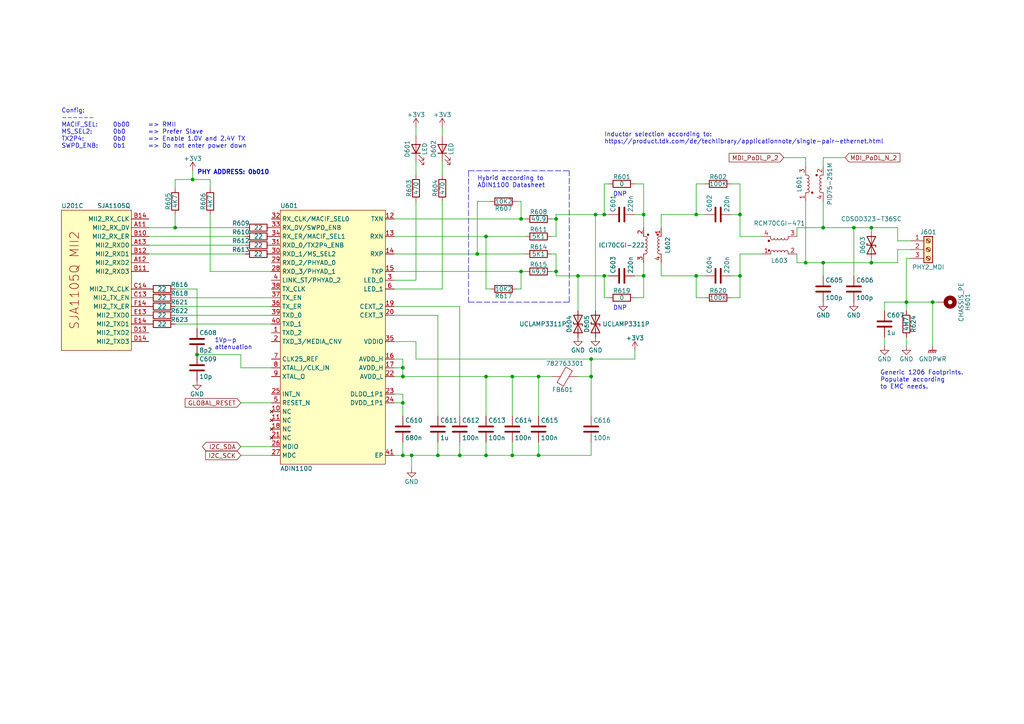
<source format=kicad_sch>
(kicad_sch (version 20211123) (generator eeschema)
  (paper "A4")
  (title_block (title "Open Hardware 10Base-T1L Switch") (date "2023-04-07") (rev "REV A") (company "Peter Heinrich") (comment 1 "Open Hardware License CERN-OHL-P v2") (comment 2 "https://github.com/peterheinrich/Open_10Base-T1L_Switch"))
  (lib_symbols
    (symbol "ADIN1100:ADIN1100"
      (property "Reference" "U" (at 0 1.27 0))
      (property "Value" "ADIN1100" (at 0 -74.93 0))
      (symbol "ADIN1100_1_1"
        (pin input line (at -2.54 -35.56 0) (length 2.54) (name "TXD_2") (number "1"))
        (pin no_connect line (at -2.54 -58.42 0) (length 2.54) (name "NC") (number "10"))
        (pin no_connect line (at -2.54 -60.96 0) (length 2.54) (name "NC") (number "11"))
        (pin bidirectional line (at 33.02 -2.54 180) (length 2.54) (name "TXN") (number "12"))
        (pin bidirectional line (at 33.02 -7.62 180) (length 2.54) (name "RXN") (number "13"))
        (pin bidirectional line (at 33.02 -12.7 180) (length 2.54) (name "RXP") (number "14"))
        (pin bidirectional line (at 33.02 -17.78 180) (length 2.54) (name "TXP") (number "15"))
        (pin power_in line (at 33.02 -43.18 180) (length 2.54) (name "AVDD_H") (number "16"))
        (pin power_in line (at 33.02 -45.72 180) (length 2.54) (name "AVDD_H") (number "17"))
        (pin no_connect line (at -2.54 -63.5 0) (length 2.54) (name "NC") (number "18"))
        (pin input line (at 33.02 -27.94 180) (length 2.54) (name "CEXT_2") (number "19"))
        (pin input line (at -2.54 -38.1 0) (length 2.54) (name "TXD_3/MEDIA_CNV") (number "2"))
        (pin input line (at 33.02 -30.48 180) (length 2.54) (name "CEXT_3") (number "20"))
        (pin no_connect line (at -2.54 -66.04 0) (length 2.54) (name "NC") (number "21"))
        (pin power_in line (at 33.02 -48.26 180) (length 2.54) (name "AVDD_L") (number "22"))
        (pin power_in line (at 33.02 -53.34 180) (length 2.54) (name "DLDO_1P1") (number "23"))
        (pin power_in line (at 33.02 -55.88 180) (length 2.54) (name "DVDD_1P1") (number "24"))
        (pin output line (at -2.54 -53.34 0) (length 2.54) (name "INT_N") (number "25"))
        (pin bidirectional line (at -2.54 -68.58 0) (length 2.54) (name "MDIO") (number "26"))
        (pin input line (at -2.54 -71.12 0) (length 2.54) (name "MDC") (number "27"))
        (pin output line (at -2.54 -17.78 0) (length 2.54) (name "RXD_3/PHYAD_1") (number "28"))
        (pin output line (at -2.54 -15.24 0) (length 2.54) (name "RXD_2/PHYAD_0") (number "29"))
        (pin output line (at 33.02 -20.32 180) (length 2.54) (name "LED_0") (number "3"))
        (pin output line (at -2.54 -12.7 0) (length 2.54) (name "RXD_1/MS_SEL2") (number "30"))
        (pin output line (at -2.54 -10.16 0) (length 2.54) (name "RXD_0/TX2P4_ENB") (number "31"))
        (pin output line (at -2.54 -2.54 0) (length 2.54) (name "RX_CLK/MACIF_SEL0") (number "32"))
        (pin output line (at -2.54 -5.08 0) (length 2.54) (name "RX_DV/SWPD_ENB") (number "33"))
        (pin output line (at -2.54 -7.62 0) (length 2.54) (name "RX_ER/MACIF_SEL1") (number "34"))
        (pin power_in line (at 33.02 -38.1 180) (length 2.54) (name "VDDIO") (number "35"))
        (pin input line (at -2.54 -27.94 0) (length 2.54) (name "TX_ER") (number "36"))
        (pin input line (at -2.54 -25.4 0) (length 2.54) (name "TX_EN") (number "37"))
        (pin output line (at -2.54 -22.86 0) (length 2.54) (name "TX_CLK") (number "38"))
        (pin input line (at -2.54 -30.48 0) (length 2.54) (name "TXD_0") (number "39"))
        (pin output line (at -2.54 -20.32 0) (length 2.54) (name "LINK_ST/PHYAD_2") (number "4"))
        (pin input line (at -2.54 -33.02 0) (length 2.54) (name "TXD_1") (number "40"))
        (pin power_in line (at 33.02 -71.12 180) (length 2.54) (name "EP") (number "41"))
        (pin input line (at -2.54 -55.88 0) (length 2.54) (name "RESET_N") (number "5"))
        (pin output line (at 33.02 -22.86 180) (length 2.54) (name "LED_1") (number "6"))
        (pin output line (at -2.54 -43.18 0) (length 2.54) (name "CLK25_REF") (number "7"))
        (pin input line (at -2.54 -45.72 0) (length 2.54) (name "XTAL_I/CLK_IN") (number "8"))
        (pin output line (at -2.54 -48.26 0) (length 2.54) (name "XTAL_O") (number "9"))
      )
    )
    (symbol "Connector:Screw_Terminal_01x03" (pin_names (offset 1.016) hide)
      (property "Reference" "J" (at 0 5.08 0))
      (property "Value" "Screw_Terminal_01x03" (at 0 -5.08 0))
      (symbol "Screw_Terminal_01x03_1_1"
        (pin passive line (at -5.08 2.54 0) (length 3.81) (name "Pin_1") (number "1"))
        (pin passive line (at -5.08 0 0) (length 3.81) (name "Pin_2") (number "2"))
        (pin passive line (at -5.08 -2.54 0) (length 3.81) (name "Pin_3") (number "3"))
      )
    )
    (symbol "Device:C" (pin_numbers hide) (pin_names (offset 0.254))
      (property "Reference" "C" (at 0.635 2.54 0))
      (property "Value" "C" (at 0.635 -2.54 0))
      (symbol "C_1_1"
        (pin passive line (at 0 3.81 270) (length 2.794) (name "~") (number "1"))
        (pin passive line (at 0 -3.81 90) (length 2.794) (name "~") (number "2"))
      )
    )
    (symbol "Device:D_TVS" (pin_numbers hide) (pin_names (offset 1.016) hide)
      (property "Reference" "D" (at 0 2.54 0))
      (property "Value" "D_TVS" (at 0 -2.54 0))
      (symbol "D_TVS_1_1"
        (pin passive line (at -3.81 0 0) (length 2.54) (name "A1") (number "1"))
        (pin passive line (at 3.81 0 180) (length 2.54) (name "A2") (number "2"))
      )
    )
    (symbol "Device:FerriteBead" (pin_numbers hide) (pin_names (offset 0))
      (property "Reference" "FB" (at -3.81 0.635 90))
      (property "Value" "FerriteBead" (at 3.81 0 90))
      (symbol "FerriteBead_1_1"
        (pin passive line (at 0 3.81 270) (length 2.54) (name "~") (number "1"))
        (pin passive line (at 0 -3.81 90) (length 2.54) (name "~") (number "2"))
      )
    )
    (symbol "Device:LED" (pin_numbers hide) (pin_names (offset 1.016) hide)
      (property "Reference" "D" (at 0 2.54 0))
      (property "Value" "LED" (at 0 -2.54 0))
      (symbol "LED_1_1"
        (pin passive line (at -3.81 0 0) (length 2.54) (name "K") (number "1"))
        (pin passive line (at 3.81 0 180) (length 2.54) (name "A") (number "2"))
      )
    )
    (symbol "Device:L_Coupled_1243" (pin_names (offset 0.254) hide)
      (property "Reference" "L" (at 0 4.445 0))
      (property "Value" "L_Coupled_1243" (at 0 -4.445 0))
      (symbol "L_Coupled_1243_1_1"
        (pin passive line (at -5.08 2.54 0) (length 2.54) (name "1") (number "1"))
        (pin passive line (at 5.08 2.54 180) (length 2.54) (name "2") (number "2"))
        (pin passive line (at 5.08 -2.54 180) (length 2.54) (name "3") (number "3"))
        (pin passive line (at -5.08 -2.54 0) (length 2.54) (name "4") (number "4"))
      )
    )
    (symbol "Device:L_Coupled_1423" (pin_names (offset 0.254) hide)
      (property "Reference" "L" (at 0 4.445 0))
      (property "Value" "L_Coupled_1423" (at 0 -4.445 0))
      (symbol "L_Coupled_1423_1_1"
        (pin passive line (at -5.08 2.54 0) (length 2.54) (name "1") (number "1"))
        (pin passive line (at -5.08 -2.54 0) (length 2.54) (name "2") (number "2"))
        (pin passive line (at 5.08 -2.54 180) (length 2.54) (name "3") (number "3"))
        (pin passive line (at 5.08 2.54 180) (length 2.54) (name "4") (number "4"))
      )
    )
    (symbol "Device:R" (pin_numbers hide) (pin_names (offset 0))
      (property "Reference" "R" (at 2.032 0 90))
      (property "Value" "R" (at 0 0 90))
      (symbol "R_1_1"
        (pin passive line (at 0 3.81 270) (length 1.27) (name "~") (number "1"))
        (pin passive line (at 0 -3.81 90) (length 1.27) (name "~") (number "2"))
      )
    )
    (symbol "L_differential_1324:L_Coupled_1324" (pin_names (offset 0.254) hide)
      (property "Reference" "L?" (at 0 4.445 0))
      (property "Value" "L_Coupled_1324" (at 0 -4.445 0))
      (symbol "L_Coupled_1324_1_1"
        (pin passive line (at -5.08 2.54 0) (length 2.54) (name "1") (number "1"))
        (pin passive line (at 5.08 -2.54 180) (length 2.54) (name "2") (number "2"))
        (pin passive line (at 5.08 2.54 180) (length 2.54) (name "3") (number "3"))
        (pin passive line (at -5.08 -2.54 0) (length 2.54) (name "4") (number "4"))
      )
    )
    (symbol "Mechanical:MountingHole_Pad" (pin_numbers hide) (pin_names (offset 1.016) hide)
      (property "Reference" "H" (at 0 6.35 0))
      (property "Value" "MountingHole_Pad" (at 0 4.445 0))
      (symbol "MountingHole_Pad_1_1"
        (pin input line (at 0 -2.54 90) (length 2.54) (name "1") (number "1"))
      )
    )
    (symbol "SJA1105Q:SJA1105Q"
      (property "Reference" "U" (at 0 1.27 0))
      (property "Value" "SJA1105Q" (at 15.24 1.27 0))
      (symbol "SJA1105Q_1_1"
        (text "SJA1105Q MII0" (at 3.81 -20.32 900) (effects (font (size 2.54 2.54))))
        (pin output line (at 25.4 -30.48 180) (length 5.08) (name "MII0_TXD0") (number "A2"))
        (pin output line (at 25.4 -27.94 180) (length 5.08) (name "MII0_TX_ER") (number "A3"))
        (pin output line (at 25.4 -33.02 180) (length 5.08) (name "MII0_TXD1") (number "B1"))
        (pin output line (at 25.4 -38.1 180) (length 5.08) (name "MII0_TXD3") (number "C1"))
        (pin output line (at 25.4 -35.56 180) (length 5.08) (name "MII0_TXD2") (number "C2"))
        (pin bidirectional line (at 25.4 -22.86 180) (length 5.08) (name "MII0_TX_CLK") (number "D1"))
        (pin output line (at 25.4 -25.4 180) (length 5.08) (name "MII0_TX_EN") (number "D2"))
        (pin input line (at 25.4 -10.16 180) (length 5.08) (name "MII0_RXD0") (number "E1"))
        (pin bidirectional line (at 25.4 -2.54 180) (length 5.08) (name "MII0_RX_CLK") (number "E2"))
        (pin input line (at 25.4 -15.24 180) (length 5.08) (name "MII0_RXD2") (number "F1"))
        (pin input line (at 25.4 -12.7 180) (length 5.08) (name "MII0_RXD1") (number "F2"))
        (pin input line (at 25.4 -5.08 180) (length 5.08) (name "MII0_RX_DV") (number "G1"))
        (pin input line (at 25.4 -17.78 180) (length 5.08) (name "MII0_RXD3") (number "G2"))
        (pin input line (at 25.4 -7.62 180) (length 5.08) (name "MII0_RX_ER") (number "H2"))
      )
      (symbol "SJA1105Q_2_1"
        (text "SJA1105Q MII1" (at 3.81 -20.32 900) (effects (font (size 2.54 2.54))))
        (pin output line (at 25.4 -27.94 180) (length 5.08) (name "MII1_TX_ER") (number "A10"))
        (pin input line (at 25.4 -5.08 180) (length 5.08) (name "MII1_RX_DV") (number "A4"))
        (pin input line (at 25.4 -15.24 180) (length 5.08) (name "MII1_RXD2") (number "A5"))
        (pin input line (at 25.4 -10.16 180) (length 5.08) (name "MII1_RXD0") (number "A6"))
        (pin bidirectional line (at 25.4 -22.86 180) (length 5.08) (name "MII1_TX_CLK") (number "A7"))
        (pin output line (at 25.4 -38.1 180) (length 5.08) (name "MII1_TXD3") (number "A8"))
        (pin output line (at 25.4 -33.02 180) (length 5.08) (name "MII1_TXD1") (number "A9"))
        (pin input line (at 25.4 -7.62 180) (length 5.08) (name "MII1_RX_ER") (number "B3"))
        (pin input line (at 25.4 -17.78 180) (length 5.08) (name "MII1_RXD3") (number "B4"))
        (pin input line (at 25.4 -12.7 180) (length 5.08) (name "MII1_RXD1") (number "B5"))
        (pin bidirectional line (at 25.4 -2.54 180) (length 5.08) (name "MII1_RX_CLK") (number "B6"))
        (pin output line (at 25.4 -25.4 180) (length 5.08) (name "MII1_TX_EN") (number "B7"))
        (pin output line (at 25.4 -35.56 180) (length 5.08) (name "MII1_TXD2") (number "B8"))
        (pin output line (at 25.4 -30.48 180) (length 5.08) (name "MII1_TXD0") (number "B9"))
      )
      (symbol "SJA1105Q_3_1"
        (text "SJA1105Q MII2" (at 3.81 -20.32 900) (effects (font (size 2.54 2.54))))
        (pin input line (at 25.4 -5.08 180) (length 5.08) (name "MII2_RX_DV") (number "A11"))
        (pin input line (at 25.4 -15.24 180) (length 5.08) (name "MII2_RXD2") (number "A12"))
        (pin input line (at 25.4 -10.16 180) (length 5.08) (name "MII2_RXD0") (number "A13"))
        (pin input line (at 25.4 -7.62 180) (length 5.08) (name "MII2_RX_ER") (number "B10"))
        (pin input line (at 25.4 -17.78 180) (length 5.08) (name "MII2_RXD3") (number "B11"))
        (pin input line (at 25.4 -12.7 180) (length 5.08) (name "MII2_RXD1") (number "B12"))
        (pin bidirectional line (at 25.4 -2.54 180) (length 5.08) (name "MII2_RX_CLK") (number "B14"))
        (pin output line (at 25.4 -25.4 180) (length 5.08) (name "MII2_TX_EN") (number "C13"))
        (pin bidirectional line (at 25.4 -22.86 180) (length 5.08) (name "MII2_TX_CLK") (number "C14"))
        (pin output line (at 25.4 -35.56 180) (length 5.08) (name "MII2_TXD2") (number "D13"))
        (pin output line (at 25.4 -38.1 180) (length 5.08) (name "MII2_TXD3") (number "D14"))
        (pin output line (at 25.4 -30.48 180) (length 5.08) (name "MII2_TXD0") (number "E13"))
        (pin output line (at 25.4 -33.02 180) (length 5.08) (name "MII2_TXD1") (number "E14"))
        (pin output line (at 25.4 -27.94 180) (length 5.08) (name "MII2_TX_ER") (number "F14"))
      )
      (symbol "SJA1105Q_4_1"
        (text "SJA1105Q MII3" (at 3.81 -20.32 900) (effects (font (size 2.54 2.54))))
        (pin input line (at 25.4 -7.62 180) (length 5.08) (name "MII3_RX_ER") (number "F13"))
        (pin input line (at 25.4 -17.78 180) (length 5.08) (name "MII3_RXD3") (number "G13"))
        (pin input line (at 25.4 -5.08 180) (length 5.08) (name "MII3_RX_DV") (number "G14"))
        (pin input line (at 25.4 -12.7 180) (length 5.08) (name "MII3_RXD1") (number "H13"))
        (pin input line (at 25.4 -15.24 180) (length 5.08) (name "MII3_RXD2") (number "H14"))
        (pin bidirectional line (at 25.4 -2.54 180) (length 5.08) (name "MII3_RX_CLK") (number "J13"))
        (pin input line (at 25.4 -10.16 180) (length 5.08) (name "MII3_RXD0") (number "J14"))
        (pin output line (at 25.4 -25.4 180) (length 5.08) (name "MII3_TX_EN") (number "K13"))
        (pin bidirectional line (at 25.4 -22.86 180) (length 5.08) (name "MII3_TX_CLK") (number "K14"))
        (pin output line (at 25.4 -35.56 180) (length 5.08) (name "MII3_TXD2") (number "L13"))
        (pin output line (at 25.4 -38.1 180) (length 5.08) (name "MII3_TXD3") (number "L14"))
        (pin output line (at 25.4 -30.48 180) (length 5.08) (name "MII3_TXD0") (number "M13"))
        (pin output line (at 25.4 -33.02 180) (length 5.08) (name "MII3_TXD1") (number "M14"))
        (pin output line (at 25.4 -27.94 180) (length 5.08) (name "MII3_TX_ER") (number "N14"))
      )
      (symbol "SJA1105Q_5_1"
        (text "SJA1105Q MII4" (at 3.81 -20.32 900) (effects (font (size 2.54 2.54))))
        (pin input line (at 25.4 -10.16 180) (length 5.08) (name "MII4_RXD0") (number "N10"))
        (pin input line (at 25.4 -15.24 180) (length 5.08) (name "MII4_RXD2") (number "N11"))
        (pin input line (at 25.4 -5.08 180) (length 5.08) (name "MII4_RX_DV") (number "N12"))
        (pin output line (at 25.4 -33.02 180) (length 5.08) (name "MII4_TXD1") (number "N7"))
        (pin output line (at 25.4 -38.1 180) (length 5.08) (name "MII4_TXD3") (number "N8"))
        (pin bidirectional line (at 25.4 -22.86 180) (length 5.08) (name "MII4_TX_CLK") (number "N9"))
        (pin bidirectional line (at 25.4 -2.54 180) (length 5.08) (name "MII4_RX_CLK") (number "P10"))
        (pin input line (at 25.4 -12.7 180) (length 5.08) (name "MII4_RXD1") (number "P11"))
        (pin input line (at 25.4 -17.78 180) (length 5.08) (name "MII4_RXD3") (number "P12"))
        (pin input line (at 25.4 -7.62 180) (length 5.08) (name "MII4_RX_ER") (number "P13"))
        (pin output line (at 25.4 -27.94 180) (length 5.08) (name "MII4_TX_ER") (number "P6"))
        (pin output line (at 25.4 -30.48 180) (length 5.08) (name "MII4_TXD0") (number "P7"))
        (pin output line (at 25.4 -35.56 180) (length 5.08) (name "MII4_TXD2") (number "P8"))
        (pin output line (at 25.4 -25.4 180) (length 5.08) (name "MII4_TX_EN") (number "P9"))
      )
      (symbol "SJA1105Q_6_1"
        (text "SJA1105Q CLK" (at 15.24 -17.78 900) (effects (font (size 2.54 2.54))))
        (pin output line (at -5.08 -2.54 0) (length 5.08) (name "CLK_OUT") (number "H1"))
        (pin input line (at -5.08 -20.32 0) (length 5.08) (name "OSC_IN") (number "K2"))
        (pin output line (at -5.08 -7.62 0) (length 5.08) (name "OSC_OUT") (number "L1"))
        (pin power_in line (at 33.02 -17.78 180) (length 5.08) (name "i.c.") (number "L4"))
        (pin input line (at 33.02 -2.54 180) (length 5.08) (name "TRST_N") (number "M1"))
        (pin input line (at 33.02 -10.16 180) (length 5.08) (name "TDI") (number "M2"))
        (pin input line (at 33.02 -12.7 180) (length 5.08) (name "TCK") (number "N1"))
        (pin output line (at 33.02 -7.62 180) (length 5.08) (name "TDO") (number "N3"))
        (pin bidirectional line (at -5.08 -33.02 0) (length 5.08) (name "PTP_CLK") (number "N4"))
        (pin input line (at 33.02 -25.4 180) (length 5.08) (name "SDI") (number "N5"))
        (pin input line (at 33.02 -30.48 180) (length 5.08) (name "SS_N") (number "N6"))
        (pin input line (at 33.02 -5.08 180) (length 5.08) (name "TMS") (number "P2"))
        (pin input line (at 33.02 -33.02 180) (length 5.08) (name "RST_N") (number "P3"))
        (pin output line (at 33.02 -27.94 180) (length 5.08) (name "SDO") (number "P4"))
        (pin input line (at 33.02 -22.86 180) (length 5.08) (name "SCK") (number "P5"))
      )
      (symbol "SJA1105Q_7_1"
        (text "SJA1105Q Power" (at 12.7 -48.26 900) (effects (font (size 2.54 2.54))))
        (pin power_in line (at -5.08 -2.54 0) (length 5.08) (name "VSS") (number "A1"))
        (pin power_in line (at 33.02 -88.9 180) (length 5.08) (name "VSS") (number "A14"))
        (pin power_in line (at 33.02 -83.82 180) (length 5.08) (name "VSS") (number "B13"))
        (pin power_in line (at 33.02 -48.26 180) (length 5.08) (name "VDDIO_MII2") (number "D10"))
        (pin power_in line (at 33.02 -50.8 180) (length 5.08) (name "VDDIO_MII2") (number "D11"))
        (pin power_in line (at 33.02 -33.02 180) (length 5.08) (name "VDDIO_MII0") (number "D4"))
        (pin power_in line (at 33.02 -40.64 180) (length 5.08) (name "VDDIO_MII1") (number "D5"))
        (pin power_in line (at 33.02 -7.62 180) (length 5.08) (name "VDD_CORE") (number "D6"))
        (pin power_in line (at 33.02 -43.18 180) (length 5.08) (name "VDDIO_MII1") (number "D7"))
        (pin power_in line (at 33.02 -45.72 180) (length 5.08) (name "VDDIO_MII1") (number "D8"))
        (pin power_in line (at 33.02 -12.7 180) (length 5.08) (name "VDD_CORE") (number "D9"))
        (pin power_in line (at -5.08 -91.44 0) (length 5.08) (name "VSS") (number "E10"))
        (pin power_in line (at 33.02 -53.34 180) (length 5.08) (name "VDDIO_MII2") (number "E11"))
        (pin power_in line (at 33.02 -35.56 180) (length 5.08) (name "VDDIO_MII0") (number "E4"))
        (pin power_in line (at -5.08 -12.7 0) (length 5.08) (name "VSS") (number "E5"))
        (pin power_in line (at -5.08 -27.94 0) (length 5.08) (name "VSS") (number "E6"))
        (pin power_in line (at -5.08 -43.18 0) (length 5.08) (name "VSS") (number "E7"))
        (pin power_in line (at -5.08 -60.96 0) (length 5.08) (name "VSS") (number "E8"))
        (pin power_in line (at -5.08 -76.2 0) (length 5.08) (name "VSS") (number "E9"))
        (pin power_in line (at -5.08 -93.98 0) (length 5.08) (name "VSS") (number "F10"))
        (pin power_in line (at 33.02 -17.78 180) (length 5.08) (name "VDD_CORE") (number "F11"))
        (pin power_in line (at 33.02 -2.54 180) (length 5.08) (name "VDD_CORE") (number "F4"))
        (pin power_in line (at -5.08 -15.24 0) (length 5.08) (name "VSS") (number "F5"))
        (pin power_in line (at -5.08 -30.48 0) (length 5.08) (name "VSS") (number "F6"))
        (pin power_in line (at -5.08 -45.72 0) (length 5.08) (name "VSS") (number "F7"))
        (pin power_in line (at -5.08 -63.5 0) (length 5.08) (name "VSS") (number "F8"))
        (pin power_in line (at -5.08 -78.74 0) (length 5.08) (name "VSS") (number "F9"))
        (pin power_in line (at -5.08 -96.52 0) (length 5.08) (name "VSS") (number "G10"))
        (pin power_in line (at 33.02 -55.88 180) (length 5.08) (name "VDDIO_MII3") (number "G11"))
        (pin power_in line (at 33.02 -38.1 180) (length 5.08) (name "VDDIO_MII0") (number "G4"))
        (pin power_in line (at -5.08 -17.78 0) (length 5.08) (name "VSS") (number "G5"))
        (pin power_in line (at -5.08 -33.02 0) (length 5.08) (name "VSS") (number "G6"))
        (pin power_in line (at -5.08 -48.26 0) (length 5.08) (name "VSS") (number "G7"))
        (pin power_in line (at -5.08 -66.04 0) (length 5.08) (name "VSS") (number "G8"))
        (pin power_in line (at -5.08 -81.28 0) (length 5.08) (name "VSS") (number "G9"))
        (pin power_in line (at 33.02 -76.2 180) (length 5.08) (name "VSS") (number "H10"))
        (pin power_in line (at 33.02 -58.42 180) (length 5.08) (name "VDDIO_MII3") (number "H11"))
        (pin power_in line (at 33.02 -27.94 180) (length 5.08) (name "VDDIO_CLO") (number "H4"))
        (pin power_in line (at -5.08 -20.32 0) (length 5.08) (name "VSS") (number "H5"))
        (pin power_in line (at -5.08 -35.56 0) (length 5.08) (name "VSS") (number "H6"))
        (pin power_in line (at -5.08 -50.8 0) (length 5.08) (name "VSS") (number "H7"))
        (pin power_in line (at -5.08 -68.58 0) (length 5.08) (name "VSS") (number "H8"))
        (pin power_in line (at -5.08 -83.82 0) (length 5.08) (name "VSS") (number "H9"))
        (pin power_in line (at 33.02 -25.4 180) (length 5.08) (name "VDDA_PLL") (number "J1"))
        (pin power_in line (at 33.02 -78.74 180) (length 5.08) (name "VSS") (number "J10"))
        (pin power_in line (at 33.02 -20.32 180) (length 5.08) (name "VDD_CORE") (number "J11"))
        (pin power_in line (at 33.02 -96.52 180) (length 5.08) (name "VSSA_PLL") (number "J2"))
        (pin power_in line (at 33.02 -5.08 180) (length 5.08) (name "VDD_CORE") (number "J4"))
        (pin power_in line (at -5.08 -22.86 0) (length 5.08) (name "VSS") (number "J5"))
        (pin power_in line (at -5.08 -38.1 0) (length 5.08) (name "VSS") (number "J6"))
        (pin power_in line (at -5.08 -53.34 0) (length 5.08) (name "VSS") (number "J7"))
        (pin power_in line (at -5.08 -71.12 0) (length 5.08) (name "VSS") (number "J8"))
        (pin power_in line (at -5.08 -86.36 0) (length 5.08) (name "VSS") (number "J9"))
        (pin power_in line (at 33.02 -22.86 180) (length 5.08) (name "VDDA_OSC") (number "K1"))
        (pin power_in line (at 33.02 -81.28 180) (length 5.08) (name "VSS") (number "K10"))
        (pin power_in line (at 33.02 -60.96 180) (length 5.08) (name "VDDIO_MII3") (number "K11"))
        (pin power_in line (at -5.08 -10.16 0) (length 5.08) (name "VSS") (number "K4"))
        (pin power_in line (at -5.08 -25.4 0) (length 5.08) (name "VSS") (number "K5"))
        (pin power_in line (at -5.08 -40.64 0) (length 5.08) (name "VSS") (number "K6"))
        (pin power_in line (at -5.08 -55.88 0) (length 5.08) (name "VSS") (number "K7"))
        (pin power_in line (at -5.08 -73.66 0) (length 5.08) (name "VSS") (number "K8"))
        (pin power_in line (at -5.08 -88.9 0) (length 5.08) (name "VSS") (number "K9"))
        (pin power_in line (at 33.02 -66.04 180) (length 5.08) (name "VDDIO_MII4") (number "L10"))
        (pin power_in line (at 33.02 -68.58 180) (length 5.08) (name "VDDIO_MII4") (number "L11"))
        (pin power_in line (at 33.02 -93.98 180) (length 5.08) (name "VSSA_OSC") (number "L2"))
        (pin power_in line (at 33.02 -30.48 180) (length 5.08) (name "VDDIO_HOST") (number "L5"))
        (pin power_in line (at 33.02 -10.16 180) (length 5.08) (name "VDD_CORE") (number "L6"))
        (pin power_in line (at -5.08 -58.42 0) (length 5.08) (name "VSS") (number "L7"))
        (pin power_in line (at 33.02 -63.5 180) (length 5.08) (name "VDDIO_MII4") (number "L8"))
        (pin power_in line (at 33.02 -15.24 180) (length 5.08) (name "VDD_CORE") (number "L9"))
        (pin power_in line (at 33.02 -86.36 180) (length 5.08) (name "VSS") (number "N13"))
        (pin power_in line (at -5.08 -7.62 0) (length 5.08) (name "VSS") (number "N2"))
        (pin power_in line (at -5.08 -5.08 0) (length 5.08) (name "VSS") (number "P1"))
        (pin power_in line (at 33.02 -91.44 180) (length 5.08) (name "VSS") (number "P14"))
      )
    )
    (symbol "power:+3V3" (power) (pin_names (offset 0))
      (property "Value" "+3V3" (at 0 3.556 0))
      (symbol "+3V3_1_1"
        (pin power_in line (at 0 0 90) (length 0) hide (name "+3V3") (number "1"))
      )
    )
    (symbol "power:GND" (power) (pin_names (offset 0))
      (property "Value" "GND" (at 0 -3.81 0))
      (symbol "GND_1_1"
        (pin power_in line (at 0 0 270) (length 0) hide (name "GND") (number "1"))
      )
    )
    (symbol "power:GNDPWR" (power) (pin_names (offset 0))
      (property "Value" "GNDPWR" (at 0 -3.302 0))
      (symbol "GNDPWR_1_1"
        (pin power_in line (at 0 0 270) (length 0) hide (name "GNDPWR") (number "1"))
      )
    )
  )
  (junction (at 270.51 87.63))
  (junction (at 156.21 109.22))
  (junction (at 238.76 76.2))
  (junction (at 140.97 68.58))
  (junction (at 116.84 106.68))
  (junction (at 175.26 62.23))
  (junction (at 201.93 62.23))
  (junction (at 57.15 102.87))
  (junction (at 151.13 78.74))
  (junction (at 138.43 73.66))
  (junction (at 201.93 80.01))
  (junction (at 116.84 116.84))
  (junction (at 133.35 132.08))
  (junction (at 262.89 87.63))
  (junction (at 140.97 132.08))
  (junction (at 161.29 78.74))
  (junction (at 252.73 66.04))
  (junction (at 233.68 76.2))
  (junction (at 127 132.08))
  (junction (at 171.45 109.22))
  (junction (at 186.69 62.23))
  (junction (at 161.29 63.5))
  (junction (at 116.84 132.08))
  (junction (at 148.59 132.08))
  (junction (at 186.69 80.01))
  (junction (at 156.21 132.08))
  (junction (at 148.59 109.22))
  (junction (at 55.88 52.07))
  (junction (at 175.26 80.01))
  (junction (at 214.63 80.01))
  (junction (at 151.13 63.5))
  (junction (at 50.8 66.04))
  (junction (at 119.38 132.08))
  (junction (at 171.45 104.14))
  (junction (at 247.65 66.04))
  (junction (at 214.63 62.23))
  (junction (at 238.76 66.04))
  (junction (at 167.64 80.01))
  (junction (at 172.72 62.23))
  (junction (at 252.73 76.2))
  (junction (at 116.84 109.22))
  (junction (at 140.97 109.22))
  (wire (pts (xy 252.73 66.04) (xy 260.35 66.04)))
  (wire (pts (xy 69.85 106.68) (xy 78.74 106.68)))
  (wire (pts (xy 238.76 48.26) (xy 238.76 45.72)))
  (wire (pts (xy 184.15 62.23) (xy 186.69 62.23)))
  (wire (pts (xy 171.45 104.14) (xy 184.15 104.14)))
  (wire (pts (xy 238.76 76.2) (xy 252.73 76.2)))
  (wire (pts (xy 260.35 72.39) (xy 260.35 76.2)))
  (wire (pts (xy 167.64 80.01) (xy 167.64 90.17)))
  (wire (pts (xy 262.89 87.63) (xy 262.89 90.17)))
  (wire (pts (xy 55.88 52.07) (xy 60.96 52.07)))
  (wire (pts (xy 160.02 73.66) (xy 161.29 73.66)))
  (wire (pts (xy 128.27 46.99) (xy 128.27 50.8)))
  (wire (pts (xy 186.69 62.23) (xy 186.69 66.04)))
  (wire (pts (xy 247.65 66.04) (xy 252.73 66.04)))
  (wire (pts (xy 151.13 78.74) (xy 152.4 78.74)))
  (wire (pts (xy 127 91.44) (xy 114.3 91.44)))
  (wire (pts (xy 214.63 53.34) (xy 214.63 62.23)))
  (wire (pts (xy 114.3 106.68) (xy 116.84 106.68)))
  (wire (pts (xy 171.45 104.14) (xy 171.45 109.22)))
  (wire (pts (xy 50.8 91.44) (xy 78.74 91.44)))
  (wire (pts (xy 140.97 132.08) (xy 148.59 132.08)))
  (wire (pts (xy 264.16 69.85) (xy 260.35 69.85)))
  (wire (pts (xy 233.68 76.2) (xy 238.76 76.2)))
  (polyline (pts (xy 135.89 49.53) (xy 135.89 87.63)))
  (wire (pts (xy 186.69 80.01) (xy 186.69 76.2)))
  (wire (pts (xy 140.97 68.58) (xy 152.4 68.58)))
  (wire (pts (xy 191.77 80.01) (xy 191.77 76.2)))
  (wire (pts (xy 114.3 114.3) (xy 116.84 114.3)))
  (wire (pts (xy 114.3 78.74) (xy 151.13 78.74)))
  (wire (pts (xy 128.27 36.83) (xy 128.27 39.37)))
  (wire (pts (xy 201.93 80.01) (xy 204.47 80.01)))
  (wire (pts (xy 60.96 78.74) (xy 78.74 78.74)))
  (wire (pts (xy 116.84 104.14) (xy 116.84 106.68)))
  (wire (pts (xy 133.35 128.27) (xy 133.35 132.08)))
  (wire (pts (xy 238.76 58.42) (xy 238.76 66.04)))
  (wire (pts (xy 186.69 53.34) (xy 186.69 62.23)))
  (wire (pts (xy 176.53 86.36) (xy 175.26 86.36)))
  (wire (pts (xy 172.72 62.23) (xy 175.26 62.23)))
  (wire (pts (xy 201.93 86.36) (xy 201.93 80.01)))
  (wire (pts (xy 171.45 109.22) (xy 167.64 109.22)))
  (wire (pts (xy 161.29 80.01) (xy 167.64 80.01)))
  (wire (pts (xy 114.3 104.14) (xy 116.84 104.14)))
  (wire (pts (xy 161.29 80.01) (xy 161.29 78.74)))
  (wire (pts (xy 148.59 109.22) (xy 140.97 109.22)))
  (wire (pts (xy 201.93 53.34) (xy 201.93 62.23)))
  (wire (pts (xy 238.76 45.72) (xy 245.11 45.72)))
  (wire (pts (xy 172.72 62.23) (xy 172.72 90.17)))
  (wire (pts (xy 120.65 104.14) (xy 171.45 104.14)))
  (wire (pts (xy 133.35 88.9) (xy 133.35 120.65)))
  (wire (pts (xy 214.63 73.66) (xy 214.63 80.01)))
  (wire (pts (xy 233.68 45.72) (xy 233.68 48.26)))
  (wire (pts (xy 142.24 83.82) (xy 140.97 83.82)))
  (wire (pts (xy 214.63 86.36) (xy 214.63 80.01)))
  (wire (pts (xy 120.65 81.28) (xy 114.3 81.28)))
  (wire (pts (xy 233.68 58.42) (xy 233.68 76.2)))
  (wire (pts (xy 142.24 58.42) (xy 138.43 58.42)))
  (wire (pts (xy 148.59 132.08) (xy 156.21 132.08)))
  (wire (pts (xy 231.14 66.04) (xy 238.76 66.04)))
  (polyline (pts (xy 165.1 87.63) (xy 165.1 49.53)))
  (wire (pts (xy 151.13 58.42) (xy 151.13 63.5)))
  (wire (pts (xy 120.65 99.06) (xy 120.65 104.14)))
  (wire (pts (xy 69.85 132.08) (xy 78.74 132.08)))
  (wire (pts (xy 256.54 87.63) (xy 256.54 90.17)))
  (wire (pts (xy 50.8 93.98) (xy 78.74 93.98)))
  (wire (pts (xy 186.69 86.36) (xy 186.69 80.01)))
  (wire (pts (xy 116.84 132.08) (xy 119.38 132.08)))
  (wire (pts (xy 191.77 80.01) (xy 201.93 80.01)))
  (wire (pts (xy 262.89 74.93) (xy 264.16 74.93)))
  (wire (pts (xy 60.96 52.07) (xy 60.96 54.61)))
  (wire (pts (xy 171.45 132.08) (xy 171.45 128.27)))
  (wire (pts (xy 127 120.65) (xy 127 91.44)))
  (wire (pts (xy 114.3 99.06) (xy 120.65 99.06)))
  (wire (pts (xy 128.27 83.82) (xy 128.27 58.42)))
  (wire (pts (xy 151.13 78.74) (xy 151.13 83.82)))
  (wire (pts (xy 50.8 83.82) (xy 57.15 83.82)))
  (wire (pts (xy 238.76 66.04) (xy 247.65 66.04)))
  (wire (pts (xy 57.15 102.87) (xy 69.85 102.87)))
  (wire (pts (xy 140.97 109.22) (xy 116.84 109.22)))
  (wire (pts (xy 238.76 76.2) (xy 238.76 80.01)))
  (wire (pts (xy 140.97 68.58) (xy 140.97 83.82)))
  (wire (pts (xy 43.18 68.58) (xy 71.12 68.58)))
  (wire (pts (xy 262.89 87.63) (xy 262.89 74.93)))
  (wire (pts (xy 43.18 73.66) (xy 71.12 73.66)))
  (wire (pts (xy 212.09 53.34) (xy 214.63 53.34)))
  (wire (pts (xy 204.47 86.36) (xy 201.93 86.36)))
  (wire (pts (xy 50.8 62.23) (xy 50.8 66.04)))
  (wire (pts (xy 116.84 106.68) (xy 116.84 109.22)))
  (wire (pts (xy 212.09 86.36) (xy 214.63 86.36)))
  (wire (pts (xy 231.14 66.04) (xy 231.14 68.58)))
  (wire (pts (xy 252.73 74.93) (xy 252.73 76.2)))
  (wire (pts (xy 148.59 132.08) (xy 148.59 128.27)))
  (wire (pts (xy 149.86 83.82) (xy 151.13 83.82)))
  (wire (pts (xy 140.97 132.08) (xy 140.97 128.27)))
  (wire (pts (xy 114.3 83.82) (xy 128.27 83.82)))
  (wire (pts (xy 57.15 83.82) (xy 57.15 95.25)))
  (wire (pts (xy 256.54 97.79) (xy 256.54 100.33)))
  (wire (pts (xy 227.33 45.72) (xy 233.68 45.72)))
  (wire (pts (xy 55.88 49.53) (xy 55.88 52.07)))
  (wire (pts (xy 176.53 80.01) (xy 175.26 80.01)))
  (wire (pts (xy 156.21 109.22) (xy 160.02 109.22)))
  (wire (pts (xy 114.3 63.5) (xy 151.13 63.5)))
  (polyline (pts (xy 135.89 87.63) (xy 165.1 87.63)))
  (wire (pts (xy 138.43 58.42) (xy 138.43 73.66)))
  (wire (pts (xy 50.8 66.04) (xy 71.12 66.04)))
  (wire (pts (xy 191.77 62.23) (xy 191.77 66.04)))
  (wire (pts (xy 271.78 87.63) (xy 270.51 87.63)))
  (wire (pts (xy 151.13 63.5) (xy 152.4 63.5)))
  (wire (pts (xy 116.84 116.84) (xy 114.3 116.84)))
  (wire (pts (xy 119.38 132.08) (xy 119.38 135.89)))
  (wire (pts (xy 184.15 86.36) (xy 186.69 86.36)))
  (wire (pts (xy 69.85 129.54) (xy 78.74 129.54)))
  (wire (pts (xy 50.8 54.61) (xy 50.8 52.07)))
  (wire (pts (xy 138.43 73.66) (xy 152.4 73.66)))
  (wire (pts (xy 161.29 62.23) (xy 161.29 63.5)))
  (wire (pts (xy 252.73 76.2) (xy 260.35 76.2)))
  (wire (pts (xy 220.98 73.66) (xy 214.63 73.66)))
  (wire (pts (xy 220.98 68.58) (xy 214.63 68.58)))
  (wire (pts (xy 149.86 58.42) (xy 151.13 58.42)))
  (wire (pts (xy 231.14 76.2) (xy 233.68 76.2)))
  (wire (pts (xy 116.84 114.3) (xy 116.84 116.84)))
  (wire (pts (xy 114.3 132.08) (xy 116.84 132.08)))
  (wire (pts (xy 50.8 52.07) (xy 55.88 52.07)))
  (wire (pts (xy 247.65 66.04) (xy 247.65 80.01)))
  (wire (pts (xy 133.35 132.08) (xy 140.97 132.08)))
  (wire (pts (xy 171.45 109.22) (xy 171.45 120.65)))
  (wire (pts (xy 175.26 86.36) (xy 175.26 80.01)))
  (wire (pts (xy 175.26 53.34) (xy 175.26 62.23)))
  (wire (pts (xy 262.89 87.63) (xy 256.54 87.63)))
  (wire (pts (xy 161.29 63.5) (xy 161.29 68.58)))
  (wire (pts (xy 43.18 71.12) (xy 71.12 71.12)))
  (wire (pts (xy 175.26 62.23) (xy 176.53 62.23)))
  (wire (pts (xy 116.84 116.84) (xy 116.84 120.65)))
  (wire (pts (xy 270.51 87.63) (xy 270.51 100.33)))
  (wire (pts (xy 116.84 128.27) (xy 116.84 132.08)))
  (wire (pts (xy 160.02 78.74) (xy 161.29 78.74)))
  (wire (pts (xy 156.21 109.22) (xy 148.59 109.22)))
  (wire (pts (xy 260.35 69.85) (xy 260.35 66.04)))
  (wire (pts (xy 148.59 120.65) (xy 148.59 109.22)))
  (wire (pts (xy 133.35 132.08) (xy 127 132.08)))
  (wire (pts (xy 120.65 58.42) (xy 120.65 81.28)))
  (wire (pts (xy 116.84 109.22) (xy 114.3 109.22)))
  (polyline (pts (xy 135.89 49.53) (xy 165.1 49.53)))
  (wire (pts (xy 270.51 87.63) (xy 262.89 87.63)))
  (wire (pts (xy 127 132.08) (xy 127 128.27)))
  (wire (pts (xy 262.89 97.79) (xy 262.89 100.33)))
  (wire (pts (xy 114.3 68.58) (xy 140.97 68.58)))
  (wire (pts (xy 114.3 88.9) (xy 133.35 88.9)))
  (wire (pts (xy 184.15 80.01) (xy 186.69 80.01)))
  (wire (pts (xy 212.09 62.23) (xy 214.63 62.23)))
  (wire (pts (xy 43.18 66.04) (xy 50.8 66.04)))
  (wire (pts (xy 120.65 36.83) (xy 120.65 39.37)))
  (wire (pts (xy 120.65 46.99) (xy 120.65 50.8)))
  (wire (pts (xy 50.8 88.9) (xy 78.74 88.9)))
  (wire (pts (xy 252.73 66.04) (xy 252.73 67.31)))
  (wire (pts (xy 184.15 104.14) (xy 184.15 101.6)))
  (wire (pts (xy 176.53 53.34) (xy 175.26 53.34)))
  (wire (pts (xy 160.02 63.5) (xy 161.29 63.5)))
  (wire (pts (xy 264.16 72.39) (xy 260.35 72.39)))
  (wire (pts (xy 69.85 116.84) (xy 78.74 116.84)))
  (wire (pts (xy 201.93 62.23) (xy 204.47 62.23)))
  (wire (pts (xy 156.21 120.65) (xy 156.21 109.22)))
  (wire (pts (xy 214.63 62.23) (xy 214.63 68.58)))
  (wire (pts (xy 161.29 62.23) (xy 172.72 62.23)))
  (wire (pts (xy 160.02 68.58) (xy 161.29 68.58)))
  (wire (pts (xy 175.26 80.01) (xy 167.64 80.01)))
  (wire (pts (xy 156.21 132.08) (xy 171.45 132.08)))
  (wire (pts (xy 69.85 102.87) (xy 69.85 106.68)))
  (wire (pts (xy 204.47 53.34) (xy 201.93 53.34)))
  (wire (pts (xy 184.15 53.34) (xy 186.69 53.34)))
  (wire (pts (xy 114.3 73.66) (xy 138.43 73.66)))
  (wire (pts (xy 161.29 78.74) (xy 161.29 73.66)))
  (wire (pts (xy 119.38 132.08) (xy 127 132.08)))
  (wire (pts (xy 231.14 76.2) (xy 231.14 73.66)))
  (wire (pts (xy 191.77 62.23) (xy 201.93 62.23)))
  (wire (pts (xy 60.96 62.23) (xy 60.96 78.74)))
  (wire (pts (xy 50.8 86.36) (xy 78.74 86.36)))
  (wire (pts (xy 156.21 132.08) (xy 156.21 128.27)))
  (wire (pts (xy 214.63 80.01) (xy 212.09 80.01)))
  (wire (pts (xy 140.97 120.65) (xy 140.97 109.22)))
  (text "Config:\n------\nMACIF_SEL: 	0b00 	=> RMII\nMS_SEL2: 	0b0 	=> Prefer Slave\nTX2P4: 		0b0 	=> Enable 1.0V and 2.4V TX\nSWPD_ENB: 	0b1 	=> Do not enter power down" (at 17.78 43.18 0) (effects (font (size 1.27 1.27)) (justify left bottom)))
  (text "Inductor selection according to:\nhttps://product.tdk.com/de/techlibrary/applicationnote/single-pair-ethernet.html" (at 175.26 41.91 0) (effects (font (size 1.27 1.27)) (justify left bottom)))
  (text "DNP" (at 177.8 57.15 0) (effects (font (size 1.27 1.27)) (justify left bottom)))
  (text "1Vp-p\nattenuation" (at 62.23 101.6 0) (effects (font (size 1.27 1.27)) (justify left bottom)))
  (text "Generic 1206 Footprints.\nPopulate according \nto EMC needs." (at 255.27 113.03 0) (effects (font (size 1.27 1.27)) (justify left bottom)))
  (text "Hybrid according to\nADIN1100 Datasheet" (at 138.43 54.61 0) (effects (font (size 1.27 1.27)) (justify left bottom)))
  (text "DNP" (at 177.8 90.17 0) (effects (font (size 1.27 1.27)) (justify left bottom)))
  (text "PHY ADDRESS: 0b010" (at 57.15 50.8 0) (effects (font (size 1.27 1.27) bold) (justify left bottom)))
  (global_label "MDI_PoDL_N_2" (shape input) (at 245.11 45.72 0) (property "Intersheet References" "${INTERSHEET_REFS}" (effects hide)))
  (global_label "MDI_PoDL_P_2" (shape input) (at 227.33 45.72 180) (property "Intersheet References" "${INTERSHEET_REFS}" (effects hide)))
  (global_label "I2C_SCK" (shape input) (at 69.85 132.08 180) (property "Intersheet References" "${INTERSHEET_REFS}" (effects hide)))
  (global_label "GLOBAL_RESET" (shape input) (at 69.85 116.84 180) (property "Intersheet References" "${INTERSHEET_REFS}" (effects hide)))
  (global_label "I2C_SDA" (shape bidirectional) (at 69.85 129.54 180) (property "Intersheet References" "${INTERSHEET_REFS}" (effects hide)))
  (symbol (lib_id "Device:LED") (at 128.27 43.18 90) (unit 1)
    (property "Reference" "D602" (at 125.73 43.18 0))
    (property "Value" "LED" (at 130.81 43.18 0))
    (property "Footprint" "LED_SMD:LED_0603_1608Metric" (effects hide))
  )
  (symbol (lib_id "power:GND") (at 167.64 97.79 0) (unit 1)
    (property "Reference" "#PWR0606" (effects hide))
    (property "Value" "GND" (at 167.64 101.6 0))
  )
  (symbol (lib_id "power:GND") (at 256.54 100.33 0) (unit 1)
    (property "Reference" "#PWR0608" (effects hide))
    (property "Value" "GND" (at 256.54 104.14 0))
  )
  (symbol (lib_id "Device:C") (at 133.35 124.46 0) (unit 1)
    (property "Reference" "C612" (at 133.985 121.92 0) (effects (justify left)))
    (property "Value" "100n" (at 133.985 127 0) (effects (justify left)))
    (property "Footprint" "Capacitor_SMD:C_0603_1608Metric" (effects hide))
  )
  (symbol (lib_id "Device:R") (at 46.99 83.82 90) (unit 1)
    (property "Reference" "R616" (at 52.07 82.55 90))
    (property "Value" "22" (at 46.99 83.82 90))
    (property "Footprint" "Resistor_SMD:R_0603_1608Metric" (effects hide))
  )
  (symbol (lib_id "Device:C") (at 180.34 80.01 90) (unit 1)
    (property "Reference" "C603" (at 177.8 79.375 0) (effects (justify left)))
    (property "Value" "220n" (at 182.88 79.375 0) (effects (justify left)))
    (property "Footprint" "Capacitor_SMD:C_0805_2012Metric" (effects hide))
  )
  (symbol (lib_id "Device:R") (at 74.93 73.66 90) (unit 1)
    (property "Reference" "R613" (at 69.85 72.39 90))
    (property "Value" "22" (at 74.93 73.66 90))
    (property "Footprint" "Resistor_SMD:R_0603_1608Metric" (effects hide))
  )
  (symbol (lib_id "power:GNDPWR") (at 270.51 100.33 0) (unit 1)
    (property "Reference" "#PWR0610" (effects hide))
    (property "Value" "GNDPWR" (at 270.51 104.14 0))
  )
  (symbol (lib_id "Device:LED") (at 120.65 43.18 90) (unit 1)
    (property "Reference" "D601" (at 118.11 43.18 0))
    (property "Value" "LED" (at 123.19 43.18 0))
    (property "Footprint" "LED_SMD:LED_0603_1608Metric" (effects hide))
  )
  (symbol (lib_id "power:GND") (at 238.76 87.63 0) (unit 1)
    (property "Reference" "#PWR0604" (effects hide))
    (property "Value" "GND" (at 238.76 91.44 0))
  )
  (symbol (lib_id "Device:R") (at 74.93 71.12 90) (unit 1)
    (property "Reference" "R612" (at 69.85 69.85 90))
    (property "Value" "22" (at 74.93 71.12 90))
    (property "Footprint" "Resistor_SMD:R_0603_1608Metric" (effects hide))
  )
  (symbol (lib_id "Device:R") (at 60.96 58.42 180) (unit 1)
    (property "Reference" "R606" (at 58.928 58.42 90))
    (property "Value" "4K7" (at 60.96 58.42 90))
    (property "Footprint" "Resistor_SMD:R_0603_1608Metric" (effects hide))
  )
  (symbol (lib_id "Device:C") (at 57.15 106.68 0) (unit 1)
    (property "Reference" "C609" (at 57.785 104.14 0) (effects (justify left)))
    (property "Value" "10p" (at 57.785 109.22 0) (effects (justify left)))
    (property "Footprint" "Capacitor_SMD:C_0603_1608Metric" (effects hide))
  )
  (symbol (lib_id "Device:R") (at 156.21 63.5 90) (unit 1)
    (property "Reference" "R608" (at 156.21 61.468 90))
    (property "Value" "49.9" (at 156.21 63.5 90))
    (property "Footprint" "Resistor_SMD:R_0603_1608Metric" (effects hide))
  )
  (symbol (lib_id "Device:R") (at 128.27 54.61 180) (unit 1)
    (property "Reference" "R604" (at 126.238 54.61 90))
    (property "Value" "470" (at 128.27 54.61 90))
    (property "Footprint" "Resistor_SMD:R_0603_1608Metric" (effects hide))
  )
  (symbol (lib_id "Device:R") (at 46.99 86.36 90) (unit 1)
    (property "Reference" "R618" (at 52.07 85.09 90))
    (property "Value" "22" (at 46.99 86.36 90))
    (property "Footprint" "Resistor_SMD:R_0603_1608Metric" (effects hide))
  )
  (symbol (lib_id "Device:R") (at 156.21 78.74 90) (unit 1)
    (property "Reference" "R615" (at 156.21 76.708 90))
    (property "Value" "49.9" (at 156.21 78.74 90))
    (property "Footprint" "Resistor_SMD:R_0603_1608Metric" (effects hide))
  )
  (symbol (lib_id "L_differential_1324:L_Coupled_1324") (at 236.22 53.34 90) (unit 1)
    (property "Reference" "L601" (at 231.775 53.34 0))
    (property "Value" "PID75-251M" (at 240.665 53.34 0))
    (property "Footprint" "PID75:PID75-251M" (effects hide))
    (property "Datasheet" "https://product.tdk.com/system/files/dam/doc/product/inductor/inductor/smd/data_sheet/30/db/ind_2008/pidx251m.pdf" (effects hide))
  )
  (symbol (lib_id "Device:R") (at 46.99 93.98 90) (unit 1)
    (property "Reference" "R623" (at 52.07 92.71 90))
    (property "Value" "22" (at 46.99 93.98 90))
    (property "Footprint" "Resistor_SMD:R_0603_1608Metric" (effects hide))
  )
  (symbol (lib_id "power:+3V3") (at 120.65 36.83 0) (unit 1)
    (property "Reference" "#PWR0601" (effects hide))
    (property "Value" "+3V3" (at 120.65 33.274 0))
  )
  (symbol (lib_id "Device:C") (at 116.84 124.46 0) (unit 1)
    (property "Reference" "C610" (at 117.475 121.92 0) (effects (justify left)))
    (property "Value" "680n" (at 117.475 127 0) (effects (justify left)))
    (property "Footprint" "Capacitor_SMD:C_0603_1608Metric" (effects hide))
  )
  (symbol (lib_id "Device:R") (at 146.05 83.82 270) (unit 1)
    (property "Reference" "R617" (at 146.05 85.852 90))
    (property "Value" "10K2" (at 146.05 83.82 90))
    (property "Footprint" "Resistor_SMD:R_0603_1608Metric" (effects hide))
  )
  (symbol (lib_id "Device:C") (at 156.21 124.46 0) (unit 1)
    (property "Reference" "C615" (at 156.845 121.92 0) (effects (justify left)))
    (property "Value" "100n" (at 156.845 127 0) (effects (justify left)))
    (property "Footprint" "Capacitor_SMD:C_0603_1608Metric" (effects hide))
  )
  (symbol (lib_id "Device:R") (at 208.28 86.36 90) (unit 1)
    (property "Reference" "R620" (at 208.28 84.328 90))
    (property "Value" "100K" (at 208.28 86.36 90))
    (property "Footprint" "Resistor_SMD:R_0805_2012Metric" (effects hide))
  )
  (symbol (lib_id "power:GND") (at 247.65 87.63 0) (unit 1)
    (property "Reference" "#PWR0605" (effects hide))
    (property "Value" "GND" (at 247.65 91.44 0))
  )
  (symbol (lib_id "Device:C") (at 148.59 124.46 0) (unit 1)
    (property "Reference" "C614" (at 149.225 121.92 0) (effects (justify left)))
    (property "Value" "100n" (at 149.225 127 0) (effects (justify left)))
    (property "Footprint" "Capacitor_SMD:C_0603_1608Metric" (effects hide))
  )
  (symbol (lib_id "ADIN1100:ADIN1100") (at 81.28 60.96 0) (unit 1)
    (property "Reference" "U601" (at 81.28 59.69 0) (effects (justify left)))
    (property "Value" "ADIN1100" (at 81.28 135.89 0) (effects (justify left)))
    (property "Footprint" "ADIN1100:LFCSP-40_EP_TheramVias" (effects hide))
    (property "Datasheet" "https://www.analog.com/media/en/technical-documentation/data-sheets/adin1100.pdf" (effects hide))
  )
  (symbol (lib_id "Device:C") (at 208.28 62.23 90) (unit 1)
    (property "Reference" "C602" (at 205.74 61.595 0) (effects (justify left)))
    (property "Value" "220n" (at 210.82 61.595 0) (effects (justify left)))
    (property "Footprint" "Capacitor_SMD:C_0805_2012Metric" (effects hide))
  )
  (symbol (lib_id "Device:D_TVS") (at 172.72 93.98 90) (unit 1)
    (property "Reference" "D605" (at 170.18 93.98 0))
    (property "Value" "UCLAMP3311P" (at 181.61 93.98 90))
    (property "Footprint" "UCLAMP3311P:SLP1006P2" (effects hide))
  )
  (symbol (lib_id "Device:R") (at 180.34 86.36 90) (unit 1)
    (property "Reference" "R619" (at 180.34 84.328 90))
    (property "Value" "0" (at 180.34 86.36 90))
    (property "Footprint" "Resistor_SMD:R_0805_2012Metric" (effects hide))
  )
  (symbol (lib_id "Device:R") (at 146.05 58.42 270) (unit 1)
    (property "Reference" "R607" (at 146.05 60.452 90))
    (property "Value" "10K2" (at 146.05 58.42 90))
    (property "Footprint" "Resistor_SMD:R_0603_1608Metric" (effects hide))
  )
  (symbol (lib_id "Device:R") (at 74.93 66.04 90) (unit 1)
    (property "Reference" "R609" (at 69.85 64.77 90))
    (property "Value" "22" (at 74.93 66.04 90))
    (property "Footprint" "Resistor_SMD:R_0603_1608Metric" (effects hide))
  )
  (symbol (lib_id "power:+3V3") (at 184.15 101.6 0) (unit 1)
    (property "Reference" "#PWR0611" (effects hide))
    (property "Value" "+3V3" (at 184.15 98.044 0))
  )
  (symbol (lib_id "Mechanical:MountingHole_Pad") (at 274.32 87.63 270) (unit 1)
    (property "Reference" "H601" (at 280.67 87.63 0))
    (property "Value" "CHASSIS_PE" (at 278.765 87.63 0))
    (property "Footprint" "MountingHole:MountingHole_3.2mm_M3_Pad_Via" (effects hide))
  )
  (symbol (lib_id "Device:R") (at 208.28 53.34 90) (unit 1)
    (property "Reference" "R602" (at 208.28 51.308 90))
    (property "Value" "100K" (at 208.28 53.34 90))
    (property "Footprint" "Resistor_SMD:R_0805_2012Metric" (effects hide))
  )
  (symbol (lib_id "Device:FerriteBead") (at 163.83 109.22 90) (unit 1)
    (property "Reference" "FB601" (at 163.195 113.03 90))
    (property "Value" "782763301" (at 163.83 105.41 90))
    (property "Footprint" "Inductor_SMD:L_1206_3216Metric" (effects hide))
  )
  (symbol (lib_id "Device:R") (at 180.34 53.34 90) (unit 1)
    (property "Reference" "R601" (at 180.34 51.308 90))
    (property "Value" "0" (at 180.34 53.34 90))
    (property "Footprint" "Resistor_SMD:R_0805_2012Metric" (effects hide))
  )
  (symbol (lib_id "Device:C") (at 140.97 124.46 0) (unit 1)
    (property "Reference" "C613" (at 141.605 121.92 0) (effects (justify left)))
    (property "Value" "100n" (at 141.605 127 0) (effects (justify left)))
    (property "Footprint" "Capacitor_SMD:C_0603_1608Metric" (effects hide))
  )
  (symbol (lib_id "Device:R") (at 46.99 91.44 90) (unit 1)
    (property "Reference" "R622" (at 52.07 90.17 90))
    (property "Value" "22" (at 46.99 91.44 90))
    (property "Footprint" "Resistor_SMD:R_0603_1608Metric" (effects hide))
  )
  (symbol (lib_id "SJA1105Q:SJA1105Q") (at 17.78 60.96 0) (unit 3)
    (property "Reference" "U201" (at 17.78 59.69 0) (effects (justify left)))
    (property "Value" "SJA1105Q" (at 33.02 59.69 0))
    (property "Footprint" "SJA1105Q:LFBGA_12x12mm_P0.8mm" (effects hide))
    (property "Datasheet" "https://www.nxp.com/docs/en/data-sheet/SJA1105PQRS.pdf" (effects hide))
  )
  (symbol (lib_id "Device:C") (at 238.76 83.82 0) (unit 1)
    (property "Reference" "C605" (at 239.395 81.28 0) (effects (justify left)))
    (property "Value" "100p" (at 239.395 86.36 0) (effects (justify left)))
    (property "Footprint" "Capacitor_SMD:C_0805_2012Metric" (effects hide))
  )
  (symbol (lib_id "Device:D_TVS") (at 167.64 93.98 90) (unit 1)
    (property "Reference" "D604" (at 165.1 93.98 0))
    (property "Value" "UCLAMP3311P" (at 157.48 93.98 90))
    (property "Footprint" "UCLAMP3311P:SLP1006P2" (effects hide))
  )
  (symbol (lib_id "Device:D_TVS") (at 252.73 71.12 90) (unit 1)
    (property "Reference" "D603" (at 250.19 71.12 0))
    (property "Value" "CDSOD323-T36SC" (at 252.73 63.5 90))
    (property "Footprint" "Diode_SMD:D_SOD-323" (effects hide))
  )
  (symbol (lib_id "Device:L_Coupled_1423") (at 189.23 71.12 270) (unit 1)
    (property "Reference" "L602" (at 193.675 71.12 0))
    (property "Value" "ICI70CGI-222" (at 180.34 71.12 90))
    (property "Footprint" "ICI70CGI:ICI70CGI" (effects hide))
    (property "Datasheet" "https://product.tdk.com/system/files/dam/doc/product/transformer/transformer/lan/data_sheet/30/ds/lan_mod/ici70cgi.pdf" (effects hide))
  )
  (symbol (lib_id "power:+3V3") (at 55.88 49.53 0) (unit 1)
    (property "Reference" "#PWR0603" (effects hide))
    (property "Value" "+3V3" (at 55.88 45.974 0))
  )
  (symbol (lib_id "Device:R") (at 46.99 88.9 90) (unit 1)
    (property "Reference" "R621" (at 52.07 87.63 90))
    (property "Value" "22" (at 46.99 88.9 90))
    (property "Footprint" "Resistor_SMD:R_0603_1608Metric" (effects hide))
  )
  (symbol (lib_id "Device:C") (at 247.65 83.82 0) (unit 1)
    (property "Reference" "C606" (at 248.285 81.28 0) (effects (justify left)))
    (property "Value" "100p" (at 248.285 86.36 0) (effects (justify left)))
    (property "Footprint" "Capacitor_SMD:C_0805_2012Metric" (effects hide))
  )
  (symbol (lib_id "Device:C") (at 256.54 93.98 0) (unit 1)
    (property "Reference" "C607" (at 257.175 91.44 0) (effects (justify left)))
    (property "Value" "1u" (at 257.175 96.52 0) (effects (justify left)))
    (property "Footprint" "Capacitor_SMD:C_1206_3216Metric" (effects hide))
  )
  (symbol (lib_id "Connector:Screw_Terminal_01x03") (at 269.24 72.39 0) (unit 1)
    (property "Reference" "J601" (at 269.24 67.31 0))
    (property "Value" "PHY2_MDI" (at 269.24 77.47 0))
    (property "Footprint" "Connector_Wago:Wago_734-163_1x03_P3.50mm_Horizontal" (effects hide))
  )
  (symbol (lib_id "Device:C") (at 208.28 80.01 90) (unit 1)
    (property "Reference" "C604" (at 205.74 79.375 0) (effects (justify left)))
    (property "Value" "220n" (at 210.82 79.375 0) (effects (justify left)))
    (property "Footprint" "Capacitor_SMD:C_0805_2012Metric" (effects hide))
  )
  (symbol (lib_id "power:+3V3") (at 128.27 36.83 0) (unit 1)
    (property "Reference" "#PWR0602" (effects hide))
    (property "Value" "+3V3" (at 128.27 33.274 0))
  )
  (symbol (lib_id "Device:R") (at 50.8 58.42 180) (unit 1)
    (property "Reference" "R605" (at 48.768 58.42 90))
    (property "Value" "4K7" (at 50.8 58.42 90))
    (property "Footprint" "Resistor_SMD:R_0603_1608Metric" (effects hide))
  )
  (symbol (lib_id "Device:C") (at 127 124.46 0) (unit 1)
    (property "Reference" "C611" (at 127.635 121.92 0) (effects (justify left)))
    (property "Value" "1u" (at 127.635 127 0) (effects (justify left)))
    (property "Footprint" "Capacitor_SMD:C_0603_1608Metric" (effects hide))
  )
  (symbol (lib_id "power:GND") (at 119.38 135.89 0) (unit 1)
    (property "Reference" "#PWR0613" (effects hide))
    (property "Value" "GND" (at 119.38 139.7 0))
  )
  (symbol (lib_id "power:GND") (at 57.15 110.49 0) (unit 1)
    (property "Reference" "#PWR0612" (effects hide))
    (property "Value" "GND" (at 57.15 114.3 0))
  )
  (symbol (lib_id "Device:C") (at 57.15 99.06 0) (unit 1)
    (property "Reference" "C608" (at 57.785 96.52 0) (effects (justify left)))
    (property "Value" "8p2" (at 57.785 101.6 0) (effects (justify left)))
    (property "Footprint" "Capacitor_SMD:C_0603_1608Metric" (effects hide))
  )
  (symbol (lib_id "Device:R") (at 156.21 73.66 90) (unit 1)
    (property "Reference" "R614" (at 156.21 71.628 90))
    (property "Value" "5K1" (at 156.21 73.66 90))
    (property "Footprint" "Resistor_SMD:R_0603_1608Metric" (effects hide))
  )
  (symbol (lib_id "Device:C") (at 171.45 124.46 0) (unit 1)
    (property "Reference" "C616" (at 172.085 121.92 0) (effects (justify left)))
    (property "Value" "100n" (at 172.085 127 0) (effects (justify left)))
    (property "Footprint" "Capacitor_SMD:C_0603_1608Metric" (effects hide))
  )
  (symbol (lib_id "power:GND") (at 262.89 100.33 0) (unit 1)
    (property "Reference" "#PWR0609" (effects hide))
    (property "Value" "GND" (at 262.89 104.14 0))
  )
  (symbol (lib_id "Device:L_Coupled_1243") (at 226.06 71.12 0) (mirror x) (unit 1)
    (property "Reference" "L603" (at 226.06 75.565 0))
    (property "Value" "RCM70CGI-471" (at 226.06 64.77 0))
    (property "Footprint" "ICI70CGI:ICI70CGI" (effects hide))
  )
  (symbol (lib_id "Device:R") (at 156.21 68.58 90) (unit 1)
    (property "Reference" "R611" (at 156.21 66.548 90))
    (property "Value" "5K1" (at 156.21 68.58 90))
    (property "Footprint" "Resistor_SMD:R_0603_1608Metric" (effects hide))
  )
  (symbol (lib_id "Device:C") (at 180.34 62.23 90) (unit 1)
    (property "Reference" "C601" (at 177.8 61.595 0) (effects (justify left)))
    (property "Value" "220n" (at 182.88 61.595 0) (effects (justify left)))
    (property "Footprint" "Capacitor_SMD:C_0805_2012Metric" (effects hide))
  )
  (symbol (lib_id "Device:R") (at 262.89 93.98 0) (unit 1)
    (property "Reference" "R624" (at 264.922 93.98 90))
    (property "Value" "4M7" (at 262.89 93.98 90))
    (property "Footprint" "Resistor_SMD:R_1206_3216Metric" (effects hide))
  )
  (symbol (lib_id "Device:R") (at 120.65 54.61 180) (unit 1)
    (property "Reference" "R603" (at 118.618 54.61 90))
    (property "Value" "470" (at 120.65 54.61 90))
    (property "Footprint" "Resistor_SMD:R_0603_1608Metric" (effects hide))
  )
  (symbol (lib_id "power:GND") (at 172.72 97.79 0) (unit 1)
    (property "Reference" "#PWR0607" (effects hide))
    (property "Value" "GND" (at 172.72 101.6 0))
  )
  (symbol (lib_id "Device:R") (at 74.93 68.58 90) (unit 1)
    (property "Reference" "R610" (at 69.85 67.31 90))
    (property "Value" "22" (at 74.93 68.58 90))
    (property "Footprint" "Resistor_SMD:R_0603_1608Metric" (effects hide))
  )
)
</source>
